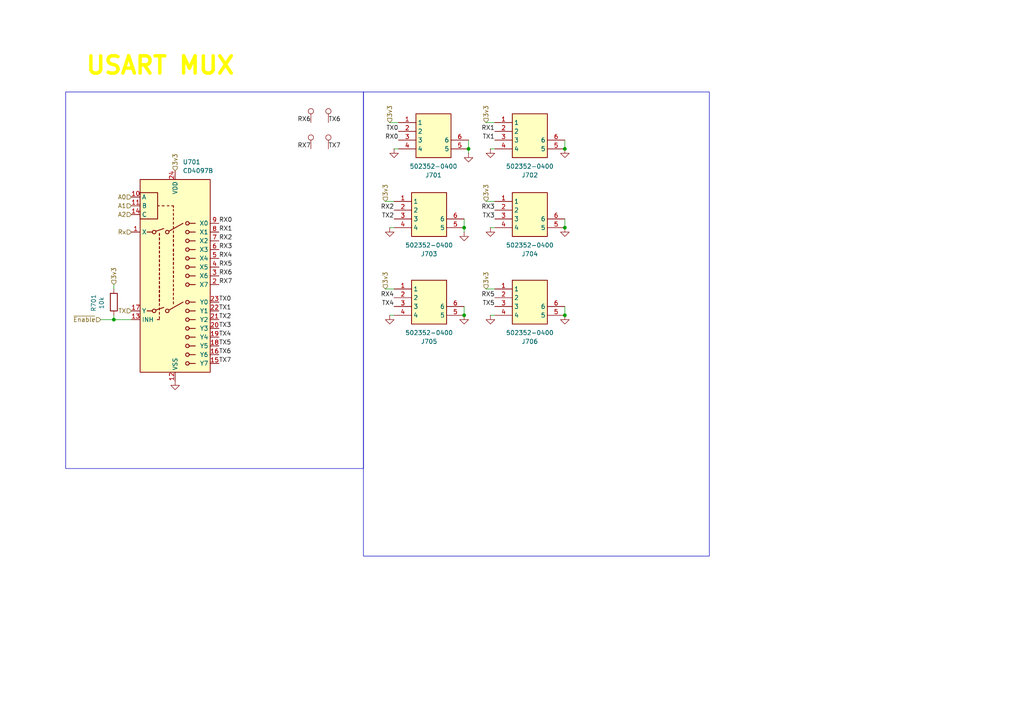
<source format=kicad_sch>
(kicad_sch (version 20231120) (generator "eeschema") (generator_version "8.0")
  (paper "A4")
  (lib_symbols
    (symbol "AALibaryLoarder:502352-0400"
      (property "Reference" "J" (at 16.51 7.62 0))
      (property "Value" "502352-0400" (at 16.51 5.08 0))
      (symbol "502352-0400_1_1"
        (rectangle (start 5.08 2.54) (end 15.24 -10.16) (stroke (width 0.254)) (fill (type background)))
        (pin passive line (at 20.32 -7.62 180) (length 5.08) (name "1") (number "1"))
        (pin passive line (at 20.32 -5.08 180) (length 5.08) (name "2") (number "2"))
        (pin passive line (at 20.32 -2.54 180) (length 5.08) (name "3") (number "3"))
        (pin passive line (at 20.32 0 180) (length 5.08) (name "4") (number "4"))
        (pin passive line (at 0 0 0) (length 5.08) (name "5") (number "5"))
        (pin passive line (at 0 -2.54 0) (length 5.08) (name "6") (number "6"))
      )
    )
    (symbol "Analog_Switch:CD4097B"
      (property "Reference" "U" (at -10.16 29.21 0))
      (property "Value" "CD4097B" (at 3.81 29.21 0))
      (symbol "CD4097B_0_1"
        (rectangle (start -10.16 24.13) (end -5.08 16.51) (stroke (width 0.254)))
        (rectangle (start -10.16 27.94) (end 10.16 -27.94) (stroke (width 0.254)) (fill (type background)))
        (circle (center -6.096 -10.16) (radius 0.508) (stroke (width 0.254)))
        (circle (center -6.096 12.7) (radius 0.508) (stroke (width 0.254)))
        (circle (center -2.286 -10.16) (radius 0.508) (stroke (width 0.254)))
        (circle (center -2.286 12.7) (radius 0.508) (stroke (width 0.254)))
        (polyline (pts (xy -8.128 -10.16) (xy -6.604 -10.16)) (stroke (width 0.254)))
        (polyline (pts (xy -8.128 12.7) (xy -6.604 12.7)) (stroke (width 0.254)))
        (polyline (pts (xy -5.588 -9.906) (xy -3.302 -9.144)) (stroke (width 0.254)))
        (polyline (pts (xy -5.588 12.954) (xy -3.302 13.716)) (stroke (width 0.254)))
        (polyline (pts (xy -4.572 -12.7) (xy -5.207 -12.7)) (stroke (width 0.254)))
        (polyline (pts (xy -4.572 -12.446) (xy -4.572 -11.811)) (stroke (width 0.254)))
        (polyline (pts (xy -4.572 -11.176) (xy -4.572 -10.541)) (stroke (width 0.254)))
        (polyline (pts (xy -4.572 -7.366) (xy -4.572 -6.731)) (stroke (width 0.254)))
        (polyline (pts (xy -4.572 -7.366) (xy -4.572 -6.731)) (stroke (width 0.254)))
        (polyline (pts (xy -4.572 -7.366) (xy -4.572 -6.731)) (stroke (width 0.254)))
        (polyline (pts (xy -4.572 -7.366) (xy -4.572 -6.731)) (stroke (width 0.254)))
        (polyline (pts (xy -4.572 -6.096) (xy -4.572 -5.461)) (stroke (width 0.254)))
        (polyline (pts (xy -4.572 -6.096) (xy -4.572 -5.461)) (stroke (width 0.254)))
        (polyline (pts (xy -4.572 -6.096) (xy -4.572 -5.461)) (stroke (width 0.254)))
        (polyline (pts (xy -4.572 -6.096) (xy -4.572 -5.461)) (stroke (width 0.254)))
        (polyline (pts (xy -4.572 -4.826) (xy -4.572 -4.191)) (stroke (width 0.254)))
        (polyline (pts (xy -4.572 -4.826) (xy -4.572 -4.191)) (stroke (width 0.254)))
        (polyline (pts (xy -4.572 -4.826) (xy -4.572 -4.191)) (stroke (width 0.254)))
        (polyline (pts (xy -4.572 -4.826) (xy -4.572 -4.191)) (stroke (width 0.254)))
        (polyline (pts (xy -4.572 -3.556) (xy -4.572 -2.921)) (stroke (width 0.254)))
        (polyline (pts (xy -4.572 -3.556) (xy -4.572 -2.921)) (stroke (width 0.254)))
        (polyline (pts (xy -4.572 -3.556) (xy -4.572 -2.921)) (stroke (width 0.254)))
        (polyline (pts (xy -4.572 -3.556) (xy -4.572 -2.921)) (stroke (width 0.254)))
        (polyline (pts (xy -4.572 -2.286) (xy -4.572 -1.651)) (stroke (width 0.254)))
        (polyline (pts (xy -4.572 -2.286) (xy -4.572 -1.651)) (stroke (width 0.254)))
        (polyline (pts (xy -4.572 -1.016) (xy -4.572 -0.381)) (stroke (width 0.254)))
        (polyline (pts (xy -4.572 -1.016) (xy -4.572 -0.381)) (stroke (width 0.254)))
        (polyline (pts (xy -4.572 0.254) (xy -4.572 0.889)) (stroke (width 0.254)))
        (polyline (pts (xy -4.572 0.254) (xy -4.572 0.889)) (stroke (width 0.254)))
        (polyline (pts (xy -4.572 1.524) (xy -4.572 2.159)) (stroke (width 0.254)))
        (polyline (pts (xy -4.572 1.524) (xy -4.572 2.159)) (stroke (width 0.254)))
        (polyline (pts (xy -4.572 2.794) (xy -4.572 3.429)) (stroke (width 0.254)))
        (polyline (pts (xy -4.572 2.794) (xy -4.572 3.429)) (stroke (width 0.254)))
        (polyline (pts (xy -4.572 4.064) (xy -4.572 4.699)) (stroke (width 0.254)))
        (polyline (pts (xy -4.572 4.064) (xy -4.572 4.699)) (stroke (width 0.254)))
        (polyline (pts (xy -4.572 5.334) (xy -4.572 5.969)) (stroke (width 0.254)))
        (polyline (pts (xy -4.572 5.334) (xy -4.572 5.969)) (stroke (width 0.254)))
        (polyline (pts (xy -4.572 6.604) (xy -4.572 7.239)) (stroke (width 0.254)))
        (polyline (pts (xy -4.572 6.604) (xy -4.572 7.239)) (stroke (width 0.254)))
        (polyline (pts (xy -4.572 7.874) (xy -4.572 8.509)) (stroke (width 0.254)))
        (polyline (pts (xy -4.572 7.874) (xy -4.572 8.509)) (stroke (width 0.254)))
        (polyline (pts (xy -4.572 9.144) (xy -4.572 9.779)) (stroke (width 0.254)))
        (polyline (pts (xy -4.572 9.144) (xy -4.572 9.779)) (stroke (width 0.254)))
        (polyline (pts (xy -4.572 10.414) (xy -4.572 11.049)) (stroke (width 0.254)))
        (polyline (pts (xy -4.572 10.414) (xy -4.572 11.049)) (stroke (width 0.254)))
        (polyline (pts (xy -4.572 11.684) (xy -4.572 12.319)) (stroke (width 0.254)))
        (polyline (pts (xy -4.572 11.684) (xy -4.572 12.319)) (stroke (width 0.254)))
        (polyline (pts (xy -4.572 20.32) (xy -5.08 20.32)) (stroke (width 0.254)))
        (polyline (pts (xy -3.81 20.32) (xy -3.175 20.32)) (stroke (width 0.254)))
        (polyline (pts (xy -1.778 -9.906) (xy 2.286 -7.62)) (stroke (width 0.254)))
        (polyline (pts (xy -1.778 12.954) (xy 2.286 15.24)) (stroke (width 0.254)))
        (polyline (pts (xy -1.778 20.32) (xy -2.286 20.32)) (stroke (width 0.254)))
        (polyline (pts (xy -0.508 -4.318) (xy -0.508 -3.683)) (stroke (width 0.254)))
        (polyline (pts (xy -0.508 -4.318) (xy -0.508 -3.683)) (stroke (width 0.254)))
        (polyline (pts (xy -0.508 -3.048) (xy -0.508 -2.413)) (stroke (width 0.254)))
        (polyline (pts (xy -0.508 -1.778) (xy -0.508 -1.143)) (stroke (width 0.254)))
        (polyline (pts (xy -0.508 -0.508) (xy -0.508 0.127)) (stroke (width 0.254)))
        (polyline (pts (xy -0.508 -0.508) (xy -0.508 0.127)) (stroke (width 0.254)))
        (polyline (pts (xy -0.508 0.762) (xy -0.508 1.397)) (stroke (width 0.254)))
        (polyline (pts (xy -0.508 0.762) (xy -0.508 1.397)) (stroke (width 0.254)))
        (polyline (pts (xy -0.508 2.032) (xy -0.508 2.667)) (stroke (width 0.254)))
        (polyline (pts (xy -0.508 3.302) (xy -0.508 3.937)) (stroke (width 0.254)))
        (polyline (pts (xy -0.508 3.302) (xy -0.508 3.937)) (stroke (width 0.254)))
        (polyline (pts (xy -0.508 4.572) (xy -0.508 5.207)) (stroke (width 0.254)))
        (polyline (pts (xy -0.508 4.572) (xy -0.508 5.207)) (stroke (width 0.254)))
        (polyline (pts (xy -0.508 5.842) (xy -0.508 6.477)) (stroke (width 0.254)))
        (polyline (pts (xy -0.508 5.842) (xy -0.508 6.477)) (stroke (width 0.254)))
        (polyline (pts (xy -0.508 7.112) (xy -0.508 7.747)) (stroke (width 0.254)))
        (polyline (pts (xy -0.508 7.112) (xy -0.508 7.747)) (stroke (width 0.254)))
        (polyline (pts (xy -0.508 7.112) (xy -0.508 7.747)) (stroke (width 0.254)))
        (polyline (pts (xy -0.508 7.112) (xy -0.508 7.747)) (stroke (width 0.254)))
        (polyline (pts (xy -0.508 8.636) (xy -0.508 9.271)) (stroke (width 0.254)))
        (polyline (pts (xy -0.508 8.636) (xy -0.508 9.271)) (stroke (width 0.254)))
        (polyline (pts (xy -0.508 9.906) (xy -0.508 10.541)) (stroke (width 0.254)))
        (polyline (pts (xy -0.508 9.906) (xy -0.508 10.541)) (stroke (width 0.254)))
        (polyline (pts (xy -0.508 11.176) (xy -0.508 11.811)) (stroke (width 0.254)))
        (polyline (pts (xy -0.508 11.176) (xy -0.508 11.811)) (stroke (width 0.254)))
        (polyline (pts (xy -0.508 12.446) (xy -0.508 13.081)) (stroke (width 0.254)))
        (polyline (pts (xy -0.508 13.716) (xy -0.508 14.351)) (stroke (width 0.254)))
        (polyline (pts (xy -0.508 18.796) (xy -0.508 19.304)) (stroke (width 0.254)))
        (polyline (pts (xy -0.508 19.812) (xy -0.508 20.32)) (stroke (width 0.254)))
        (polyline (pts (xy -0.508 20.32) (xy -1.016 20.32)) (stroke (width 0.254)))
        (polyline (pts (xy 4.064 -25.4) (xy 5.842 -25.4)) (stroke (width 0.254)))
        (polyline (pts (xy 4.064 -15.24) (xy 5.842 -15.24)) (stroke (width 0.254)))
        (polyline (pts (xy 4.064 -12.7) (xy 5.842 -12.7)) (stroke (width 0.254)))
        (polyline (pts (xy 4.064 -10.16) (xy 5.842 -10.16)) (stroke (width 0.254)))
        (polyline (pts (xy 4.064 -7.62) (xy 5.842 -7.62)) (stroke (width 0.254)))
        (polyline (pts (xy 4.064 7.62) (xy 5.842 7.62)) (stroke (width 0.254)))
        (polyline (pts (xy 4.064 10.16) (xy 5.842 10.16)) (stroke (width 0.254)))
        (polyline (pts (xy 4.064 12.7) (xy 5.842 12.7)) (stroke (width 0.254)))
        (polyline (pts (xy 4.064 15.24) (xy 5.842 15.24)) (stroke (width 0.254)))
        (circle (center 3.556 -25.4) (radius 0.508) (stroke (width 0.254)))
        (circle (center 3.556 -15.24) (radius 0.508) (stroke (width 0.254)))
        (circle (center 3.556 -12.7) (radius 0.508) (stroke (width 0.254)))
        (circle (center 3.556 -10.16) (radius 0.508) (stroke (width 0.254)))
        (circle (center 3.556 -7.62) (radius 0.508) (stroke (width 0.254)))
        (circle (center 3.556 7.62) (radius 0.508) (stroke (width 0.254)))
        (circle (center 3.556 10.16) (radius 0.508) (stroke (width 0.254)))
        (circle (center 3.556 12.7) (radius 0.508) (stroke (width 0.254)))
        (circle (center 3.556 15.24) (radius 0.508) (stroke (width 0.254)))
      )
      (symbol "CD4097B_1_1"
        (polyline (pts (xy -4.572 -9.906) (xy -4.572 -9.271)) (stroke (width 0.254)))
        (polyline (pts (xy -4.572 -8.636) (xy -4.572 -8.001)) (stroke (width 0.254)))
        (polyline (pts (xy -0.508 -8.128) (xy -0.508 -7.493)) (stroke (width 0.254)))
        (polyline (pts (xy -0.508 -6.858) (xy -0.508 -6.223)) (stroke (width 0.254)))
        (polyline (pts (xy -0.508 -5.588) (xy -0.508 -4.953)) (stroke (width 0.254)))
        (polyline (pts (xy -0.508 14.986) (xy -0.508 15.621)) (stroke (width 0.254)))
        (polyline (pts (xy -0.508 16.256) (xy -0.508 16.891)) (stroke (width 0.254)))
        (polyline (pts (xy -0.508 17.526) (xy -0.508 18.161)) (stroke (width 0.254)))
        (polyline (pts (xy 4.064 -22.86) (xy 5.842 -22.86)) (stroke (width 0.254)))
        (polyline (pts (xy 4.064 -20.32) (xy 5.842 -20.32)) (stroke (width 0.254)))
        (polyline (pts (xy 4.064 -17.78) (xy 5.842 -17.78)) (stroke (width 0.254)))
        (polyline (pts (xy 4.064 -2.54) (xy 5.842 -2.54)) (stroke (width 0.254)))
        (polyline (pts (xy 4.064 0) (xy 5.842 0)) (stroke (width 0.254)))
        (polyline (pts (xy 4.064 2.54) (xy 5.842 2.54)) (stroke (width 0.254)))
        (polyline (pts (xy 4.064 5.08) (xy 5.842 5.08)) (stroke (width 0.254)))
        (circle (center 3.556 -22.86) (radius 0.508) (stroke (width 0.254)))
        (circle (center 3.556 -20.32) (radius 0.508) (stroke (width 0.254)))
        (circle (center 3.556 -17.78) (radius 0.508) (stroke (width 0.254)))
        (circle (center 3.556 -2.54) (radius 0.508) (stroke (width 0.254)))
        (circle (center 3.556 0) (radius 0.508) (stroke (width 0.254)))
        (circle (center 3.556 2.54) (radius 0.508) (stroke (width 0.254)))
        (circle (center 3.556 5.08) (radius 0.508) (stroke (width 0.254)))
        (pin bidirectional line (at -12.7 12.7 0) (length 2.54) (name "X") (number "1"))
        (pin input line (at -12.7 22.86 0) (length 2.54) (name "A") (number "10"))
        (pin input line (at -12.7 20.32 0) (length 2.54) (name "B") (number "11"))
        (pin power_in line (at 0 -30.48 90) (length 2.54) (name "VSS") (number "12"))
        (pin input line (at -12.7 -12.7 0) (length 2.54) (name "INH") (number "13"))
        (pin input line (at -12.7 17.78 0) (length 2.54) (name "C") (number "14"))
        (pin bidirectional line (at 12.7 -25.4 180) (length 2.54) (name "Y7") (number "15"))
        (pin bidirectional line (at 12.7 -22.86 180) (length 2.54) (name "Y6") (number "16"))
        (pin bidirectional line (at -12.7 -10.16 0) (length 2.54) (name "Y") (number "17"))
        (pin bidirectional line (at 12.7 -20.32 180) (length 2.54) (name "Y5") (number "18"))
        (pin bidirectional line (at 12.7 -17.78 180) (length 2.54) (name "Y4") (number "19"))
        (pin bidirectional line (at 12.7 -2.54 180) (length 2.54) (name "X7") (number "2"))
        (pin bidirectional line (at 12.7 -15.24 180) (length 2.54) (name "Y3") (number "20"))
        (pin bidirectional line (at 12.7 -12.7 180) (length 2.54) (name "Y2") (number "21"))
        (pin bidirectional line (at 12.7 -10.16 180) (length 2.54) (name "Y1") (number "22"))
        (pin bidirectional line (at 12.7 -7.62 180) (length 2.54) (name "Y0") (number "23"))
        (pin power_in line (at 0 30.48 270) (length 2.54) (name "VDD") (number "24"))
        (pin bidirectional line (at 12.7 0 180) (length 2.54) (name "X6") (number "3"))
        (pin bidirectional line (at 12.7 2.54 180) (length 2.54) (name "X5") (number "4"))
        (pin bidirectional line (at 12.7 5.08 180) (length 2.54) (name "X4") (number "5"))
        (pin bidirectional line (at 12.7 7.62 180) (length 2.54) (name "X3") (number "6"))
        (pin bidirectional line (at 12.7 10.16 180) (length 2.54) (name "X2") (number "7"))
        (pin bidirectional line (at 12.7 12.7 180) (length 2.54) (name "X1") (number "8"))
        (pin bidirectional line (at 12.7 15.24 180) (length 2.54) (name "X0") (number "9"))
      )
    )
    (symbol "Connector:TestPoint" (pin_numbers hide) (pin_names (offset 0.762) hide)
      (property "Reference" "TP" (at 0 6.858 0))
      (property "Value" "TestPoint" (at 0 5.08 0))
      (symbol "TestPoint_0_1"
        (circle (center 0 3.302) (radius 0.762))
      )
      (symbol "TestPoint_1_1"
        (pin passive line (at 0 0 90) (length 2.54) (name "1") (number "1"))
      )
    )
    (symbol "SymbolsBalloonv4:R" (pin_numbers hide) (pin_names (offset 0))
      (property "Reference" "R" (at 2.032 0 90))
      (property "Value" "R" (at 0 0 90))
      (symbol "R_0_1"
        (rectangle (start -1.016 -2.54) (end 1.016 2.54) (stroke (width 0.254)))
      )
      (symbol "R_1_1"
        (pin passive line (at 0 3.81 270) (length 1.27) (name "~") (number "1"))
        (pin passive line (at 0 -3.81 90) (length 1.27) (name "~") (number "2"))
      )
    )
    (symbol "power:GND" (power) (pin_numbers hide) (pin_names (offset 0) hide)
      (property "Value" "GND" (at 0 -3.81 0))
      (symbol "GND_0_1"
        (polyline (pts (xy 0 0) (xy 0 -1.27) (xy 1.27 -1.27) (xy 0 -2.54) (xy -1.27 -1.27) (xy 0 -1.27)))
      )
      (symbol "GND_1_1"
        (pin power_in line (at 0 0 270) (length 0) (name "~") (number "1"))
      )
    )
  )
  (junction (at 134.62 66.04))
  (junction (at 33.02 92.71))
  (junction (at 163.83 91.44))
  (junction (at 134.62 91.44))
  (junction (at 163.83 66.04))
  (junction (at 135.89 43.18))
  (junction (at 163.83 43.18))
  (wire (pts (xy 114.3 43.18) (xy 115.57 43.18)))
  (wire (pts (xy 140.97 83.82) (xy 143.51 83.82)))
  (wire (pts (xy 111.76 83.82) (xy 114.3 83.82)))
  (wire (pts (xy 163.83 88.9) (xy 163.83 91.44)))
  (wire (pts (xy 111.76 58.42) (xy 114.3 58.42)))
  (wire (pts (xy 113.03 66.04) (xy 114.3 66.04)))
  (wire (pts (xy 142.24 91.44) (xy 143.51 91.44)))
  (wire (pts (xy 33.02 91.44) (xy 33.02 92.71)))
  (wire (pts (xy 33.02 83.82) (xy 33.02 82.55)))
  (wire (pts (xy 134.62 66.04) (xy 134.62 63.5)))
  (wire (pts (xy 113.03 35.56) (xy 115.57 35.56)))
  (wire (pts (xy 163.83 66.04) (xy 163.83 63.5)))
  (wire (pts (xy 142.24 43.18) (xy 143.51 43.18)))
  (wire (pts (xy 29.21 92.71) (xy 33.02 92.71)))
  (wire (pts (xy 135.89 43.18) (xy 135.89 40.64)))
  (wire (pts (xy 134.62 91.44) (xy 134.62 88.9)))
  (wire (pts (xy 134.62 67.31) (xy 134.62 66.04)))
  (wire (pts (xy 140.97 35.56) (xy 143.51 35.56)))
  (wire (pts (xy 142.24 66.04) (xy 143.51 66.04)))
  (wire (pts (xy 33.02 92.71) (xy 38.1 92.71)))
  (wire (pts (xy 163.83 43.18) (xy 163.83 40.64)))
  (wire (pts (xy 113.03 91.44) (xy 114.3 91.44)))
  (wire (pts (xy 140.97 58.42) (xy 143.51 58.42)))
  (wire (pts (xy 135.89 44.45) (xy 135.89 43.18)))
  (rectangle (start 105.41 26.67) (end 205.74 161.29))
  (rectangle (start 19.05 26.67) (end 105.41 135.89))
  (text "USART MUX" (at 24.511 22.098 0) (effects (font (size 5 5) (thickness 1) (bold yes)) (justify left bottom)))
  (label "RX5" (at 63.5 77.47 0))
  (label "RX5" (at 143.51 86.36 180))
  (label "RX4" (at 63.5 74.93 0))
  (label "RX2" (at 114.3 60.96 180))
  (label "TX4" (at 114.3 88.9 180))
  (label "TX1" (at 143.51 40.64 180))
  (label "TX7" (at 95.25 43.18 0))
  (label "TX6" (at 63.5 102.87 0))
  (label "RX0" (at 63.5 64.77 0))
  (label "TX6" (at 95.25 35.56 0))
  (label "RX6" (at 63.5 80.01 0))
  (label "RX3" (at 143.51 60.96 180))
  (label "RX3" (at 63.5 72.39 0))
  (label "TX4" (at 63.5 97.79 0))
  (label "RX4" (at 114.3 86.36 180))
  (label "TX3" (at 143.51 63.5 180))
  (label "TX2" (at 63.5 92.71 0))
  (label "RX2" (at 63.5 69.85 0))
  (label "TX7" (at 63.5 105.41 0))
  (label "RX7" (at 63.5 82.55 0))
  (label "RX7" (at 90.17 43.18 180))
  (label "TX0" (at 115.57 38.1 180))
  (label "RX1" (at 143.51 38.1 180))
  (label "RX6" (at 90.17 35.56 180))
  (label "RX0" (at 115.57 40.64 180))
  (label "TX5" (at 143.51 88.9 180))
  (label "TX2" (at 114.3 63.5 180))
  (label "TX5" (at 63.5 100.33 0))
  (label "TX0" (at 63.5 87.63 0))
  (label "RX1" (at 63.5 67.31 0))
  (label "TX1" (at 63.5 90.17 0))
  (label "TX3" (at 63.5 95.25 0))
  (hierarchical_label "Rx" (shape input) (at 38.1 67.31 180))
  (hierarchical_label "A0" (shape input) (at 38.1 57.15 180))
  (hierarchical_label "3v3" (shape input) (at 111.76 83.82 90))
  (hierarchical_label "A1" (shape input) (at 38.1 59.69 180))
  (hierarchical_label "~{Enable}" (shape input) (at 29.21 92.71 180))
  (hierarchical_label "3v3" (shape input) (at 140.97 83.82 90))
  (hierarchical_label "3v3" (shape input) (at 113.03 35.56 90))
  (hierarchical_label "3v3" (shape input) (at 111.76 58.42 90))
  (hierarchical_label "3v3" (shape input) (at 33.02 82.55 90))
  (hierarchical_label "3v3" (shape input) (at 50.8 49.53 90))
  (hierarchical_label "3v3" (shape input) (at 140.97 35.56 90))
  (hierarchical_label "TX" (shape input) (at 38.1 90.17 180))
  (hierarchical_label "A2" (shape input) (at 38.1 62.23 180))
  (hierarchical_label "3v3" (shape input) (at 140.97 58.42 90))
  (symbol (lib_id "power:GND") (at 50.8 110.49 0) (unit 1)
    (property "Reference" "#PWR0708" (effects (hide yes)))
    (property "Value" "GND" (effects (hide yes)))
    (property "Description" "Power symbol creates a global label with name \"GND\" , ground" (effects (hide yes)))
  )
  (symbol (lib_id "AALibaryLoarder:502352-0400") (at 163.83 66.04 180) (unit 1)
    (property "Reference" "J704" (at 153.67 73.66 0))
    (property "Value" "502352-0400" (at 153.67 71.12 0))
    (property "Footprint" "5023520400" (effects (hide yes)))
    (property "Datasheet" "https://www.molex.com/webdocs/datasheets/pdf/en-us/5023520400_PCB_HEADERS.pdf" (effects (hide yes)))
    (property "Description" "Molex DURACLIK 502352, 2mm Pitch, 4 Way, 1 Row, Right Angle PCB Header, Surface Mount" (effects (hide yes)))
    (property "Height" "6" (effects (hide yes)))
    (property "Mouser Part Number" "538-502352-0400" (effects (hide yes)))
    (property "Mouser Price/Stock" "https://www.mouser.co.uk/ProductDetail/Molex/502352-0400?qs=trbuaetfxXR36zZJ3J6CsQ%3D%3D" (effects (hide yes)))
    (property "Manufacturer_Name" "Molex" (effects (hide yes)))
    (property "Manufacturer_Part_Number" "502352-0400" (effects (hide yes)))
  )
  (symbol (lib_id "power:GND") (at 163.83 66.04 0) (mirror y) (unit 1)
    (property "Reference" "#PWR0707" (effects (hide yes)))
    (property "Value" "GND" (effects (hide yes)))
    (property "Description" "Power symbol creates a global label with name \"GND\" , ground" (effects (hide yes)))
  )
  (symbol (lib_id "Connector:TestPoint") (at 90.17 43.18 0) (unit 1) (exclude_from_sim yes) (in_bom no)
    (property "Reference" "TP703" (effects (hide yes)))
    (property "Value" "TestPoint" (effects (hide yes)))
    (property "Footprint" "TestPoint:TestPoint_Pad_1.5x1.5mm" (effects (hide yes)))
    (property "Description" "test point" (effects (hide yes)))
  )
  (symbol (lib_id "AALibaryLoarder:502352-0400") (at 135.89 43.18 180) (unit 1)
    (property "Reference" "J701" (at 125.73 50.8 0))
    (property "Value" "502352-0400" (at 125.73 48.26 0))
    (property "Footprint" "5023520400" (effects (hide yes)))
    (property "Datasheet" "https://www.molex.com/webdocs/datasheets/pdf/en-us/5023520400_PCB_HEADERS.pdf" (effects (hide yes)))
    (property "Description" "Molex DURACLIK 502352, 2mm Pitch, 4 Way, 1 Row, Right Angle PCB Header, Surface Mount" (effects (hide yes)))
    (property "Height" "6" (effects (hide yes)))
    (property "Mouser Part Number" "538-502352-0400" (effects (hide yes)))
    (property "Mouser Price/Stock" "https://www.mouser.co.uk/ProductDetail/Molex/502352-0400?qs=trbuaetfxXR36zZJ3J6CsQ%3D%3D" (effects (hide yes)))
    (property "Manufacturer_Name" "Molex" (effects (hide yes)))
    (property "Manufacturer_Part_Number" "502352-0400" (effects (hide yes)))
  )
  (symbol (lib_id "power:GND") (at 113.03 91.44 0) (unit 1)
    (property "Reference" "#PWR0711" (effects (hide yes)))
    (property "Value" "GND" (effects (hide yes)))
    (property "Description" "Power symbol creates a global label with name \"GND\" , ground" (effects (hide yes)))
  )
  (symbol (lib_id "power:GND") (at 163.83 43.18 0) (mirror y) (unit 1)
    (property "Reference" "#PWR0703" (effects (hide yes)))
    (property "Value" "GND" (effects (hide yes)))
    (property "Description" "Power symbol creates a global label with name \"GND\" , ground" (effects (hide yes)))
  )
  (symbol (lib_id "AALibaryLoarder:502352-0400") (at 134.62 66.04 180) (unit 1)
    (property "Reference" "J703" (at 124.46 73.66 0))
    (property "Value" "502352-0400" (at 124.46 71.12 0))
    (property "Footprint" "5023520400" (effects (hide yes)))
    (property "Datasheet" "https://www.molex.com/webdocs/datasheets/pdf/en-us/5023520400_PCB_HEADERS.pdf" (effects (hide yes)))
    (property "Description" "Molex DURACLIK 502352, 2mm Pitch, 4 Way, 1 Row, Right Angle PCB Header, Surface Mount" (effects (hide yes)))
    (property "Height" "6" (effects (hide yes)))
    (property "Mouser Part Number" "538-502352-0400" (effects (hide yes)))
    (property "Mouser Price/Stock" "https://www.mouser.co.uk/ProductDetail/Molex/502352-0400?qs=trbuaetfxXR36zZJ3J6CsQ%3D%3D" (effects (hide yes)))
    (property "Manufacturer_Name" "Molex" (effects (hide yes)))
    (property "Manufacturer_Part_Number" "502352-0400" (effects (hide yes)))
  )
  (symbol (lib_id "power:GND") (at 134.62 67.31 0) (mirror y) (unit 1)
    (property "Reference" "#PWR0705" (effects (hide yes)))
    (property "Value" "GND" (effects (hide yes)))
    (property "Description" "Power symbol creates a global label with name \"GND\" , ground" (effects (hide yes)))
  )
  (symbol (lib_id "power:GND") (at 142.24 66.04 0) (unit 1)
    (property "Reference" "#PWR0709" (effects (hide yes)))
    (property "Value" "GND" (effects (hide yes)))
    (property "Description" "Power symbol creates a global label with name \"GND\" , ground" (effects (hide yes)))
  )
  (symbol (lib_id "AALibaryLoarder:502352-0400") (at 163.83 43.18 180) (unit 1)
    (property "Reference" "J702" (at 153.67 50.8 0))
    (property "Value" "502352-0400" (at 153.67 48.26 0))
    (property "Footprint" "5023520400" (effects (hide yes)))
    (property "Datasheet" "https://www.molex.com/webdocs/datasheets/pdf/en-us/5023520400_PCB_HEADERS.pdf" (effects (hide yes)))
    (property "Description" "Molex DURACLIK 502352, 2mm Pitch, 4 Way, 1 Row, Right Angle PCB Header, Surface Mount" (effects (hide yes)))
    (property "Height" "6" (effects (hide yes)))
    (property "Mouser Part Number" "538-502352-0400" (effects (hide yes)))
    (property "Mouser Price/Stock" "https://www.mouser.co.uk/ProductDetail/Molex/502352-0400?qs=trbuaetfxXR36zZJ3J6CsQ%3D%3D" (effects (hide yes)))
    (property "Manufacturer_Name" "Molex" (effects (hide yes)))
    (property "Manufacturer_Part_Number" "502352-0400" (effects (hide yes)))
  )
  (symbol (lib_id "Analog_Switch:CD4097B") (at 50.8 80.01 0) (unit 1)
    (property "Reference" "U701" (at 52.9941 46.99 0) (effects (justify left)))
    (property "Value" "CD4097B" (at 52.9941 49.53 0) (effects (justify left)))
    (property "Footprint" "SOIC127P1030X265-24N" (effects (hide yes)))
    (property "Datasheet" "http://www.ti.com/lit/ds/symlink/cd4097b.pdf" (effects (hide yes)))
    (property "Description" "CMOS double 8-channel analog multiplexer/demultiplexer, TSSOP-24/DIP-24/SOIC-24" (effects (hide yes)))
  )
  (symbol (lib_id "power:GND") (at 163.83 91.44 0) (mirror y) (unit 1)
    (property "Reference" "#PWR0712" (effects (hide yes)))
    (property "Value" "GND" (effects (hide yes)))
    (property "Description" "Power symbol creates a global label with name \"GND\" , ground" (effects (hide yes)))
  )
  (symbol (lib_id "power:GND") (at 134.62 91.44 0) (mirror y) (unit 1)
    (property "Reference" "#PWR0710" (effects (hide yes)))
    (property "Value" "GND" (effects (hide yes)))
    (property "Description" "Power symbol creates a global label with name \"GND\" , ground" (effects (hide yes)))
  )
  (symbol (lib_id "Connector:TestPoint") (at 95.25 35.56 0) (unit 1) (exclude_from_sim yes) (in_bom no)
    (property "Reference" "TP702" (effects (hide yes)))
    (property "Value" "TestPoint" (effects (hide yes)))
    (property "Footprint" "TestPoint:TestPoint_Pad_1.5x1.5mm" (effects (hide yes)))
    (property "Description" "test point" (effects (hide yes)))
  )
  (symbol (lib_id "SymbolsBalloonv4:R") (at 33.02 87.63 0) (mirror y) (unit 1)
    (property "Reference" "R701" (at 27.1526 87.884 90))
    (property "Value" "10k" (at 29.464 87.884 90))
    (property "Footprint" "Resistor_SMD:R_0603_1608Metric_Pad0.98x0.95mm_HandSolder" (effects (hide yes)))
    (property "Description" "Resistor" (effects (hide yes)))
  )
  (symbol (lib_id "Connector:TestPoint") (at 95.25 43.18 0) (unit 1) (exclude_from_sim yes) (in_bom no)
    (property "Reference" "TP704" (effects (hide yes)))
    (property "Value" "TestPoint" (effects (hide yes)))
    (property "Footprint" "TestPoint:TestPoint_Pad_1.5x1.5mm" (effects (hide yes)))
    (property "Description" "test point" (effects (hide yes)))
  )
  (symbol (lib_id "power:GND") (at 135.89 44.45 0) (mirror y) (unit 1)
    (property "Reference" "#PWR0701" (effects (hide yes)))
    (property "Value" "GND" (effects (hide yes)))
    (property "Description" "Power symbol creates a global label with name \"GND\" , ground" (effects (hide yes)))
  )
  (symbol (lib_id "power:GND") (at 142.24 43.18 0) (unit 1)
    (property "Reference" "#PWR0704" (effects (hide yes)))
    (property "Value" "GND" (effects (hide yes)))
    (property "Description" "Power symbol creates a global label with name \"GND\" , ground" (effects (hide yes)))
  )
  (symbol (lib_id "power:GND") (at 114.3 43.18 0) (unit 1)
    (property "Reference" "#PWR0702" (effects (hide yes)))
    (property "Value" "GND" (effects (hide yes)))
    (property "Description" "Power symbol creates a global label with name \"GND\" , ground" (effects (hide yes)))
  )
  (symbol (lib_id "Connector:TestPoint") (at 90.17 35.56 0) (unit 1) (exclude_from_sim yes) (in_bom no)
    (property "Reference" "TP701" (effects (hide yes)))
    (property "Value" "TestPoint" (effects (hide yes)))
    (property "Footprint" "TestPoint:TestPoint_Pad_1.5x1.5mm" (effects (hide yes)))
    (property "Description" "test point" (effects (hide yes)))
  )
  (symbol (lib_id "AALibaryLoarder:502352-0400") (at 163.83 91.44 180) (unit 1)
    (property "Reference" "J706" (at 153.67 99.06 0))
    (property "Value" "502352-0400" (at 153.67 96.52 0))
    (property "Footprint" "5023520400" (effects (hide yes)))
    (property "Datasheet" "https://www.molex.com/webdocs/datasheets/pdf/en-us/5023520400_PCB_HEADERS.pdf" (effects (hide yes)))
    (property "Description" "Molex DURACLIK 502352, 2mm Pitch, 4 Way, 1 Row, Right Angle PCB Header, Surface Mount" (effects (hide yes)))
    (property "Height" "6" (effects (hide yes)))
    (property "Mouser Part Number" "538-502352-0400" (effects (hide yes)))
    (property "Mouser Price/Stock" "https://www.mouser.co.uk/ProductDetail/Molex/502352-0400?qs=trbuaetfxXR36zZJ3J6CsQ%3D%3D" (effects (hide yes)))
    (property "Manufacturer_Name" "Molex" (effects (hide yes)))
    (property "Manufacturer_Part_Number" "502352-0400" (effects (hide yes)))
  )
  (symbol (lib_id "power:GND") (at 113.03 66.04 0) (unit 1)
    (property "Reference" "#PWR0706" (effects (hide yes)))
    (property "Value" "GND" (effects (hide yes)))
    (property "Description" "Power symbol creates a global label with name \"GND\" , ground" (effects (hide yes)))
  )
  (symbol (lib_id "AALibaryLoarder:502352-0400") (at 134.62 91.44 180) (unit 1)
    (property "Reference" "J705" (at 124.46 99.06 0))
    (property "Value" "502352-0400" (at 124.46 96.52 0))
    (property "Footprint" "5023520400" (effects (hide yes)))
    (property "Datasheet" "https://www.molex.com/webdocs/datasheets/pdf/en-us/5023520400_PCB_HEADERS.pdf" (effects (hide yes)))
    (property "Description" "Molex DURACLIK 502352, 2mm Pitch, 4 Way, 1 Row, Right Angle PCB Header, Surface Mount" (effects (hide yes)))
    (property "Height" "6" (effects (hide yes)))
    (property "Mouser Part Number" "538-502352-0400" (effects (hide yes)))
    (property "Mouser Price/Stock" "https://www.mouser.co.uk/ProductDetail/Molex/502352-0400?qs=trbuaetfxXR36zZJ3J6CsQ%3D%3D" (effects (hide yes)))
    (property "Manufacturer_Name" "Molex" (effects (hide yes)))
    (property "Manufacturer_Part_Number" "502352-0400" (effects (hide yes)))
  )
  (symbol (lib_id "power:GND") (at 142.24 91.44 0) (unit 1)
    (property "Reference" "#PWR0713" (effects (hide yes)))
    (property "Value" "GND" (effects (hide yes)))
    (property "Description" "Power symbol creates a global label with name \"GND\" , ground" (effects (hide yes)))
  )
)
</source>
